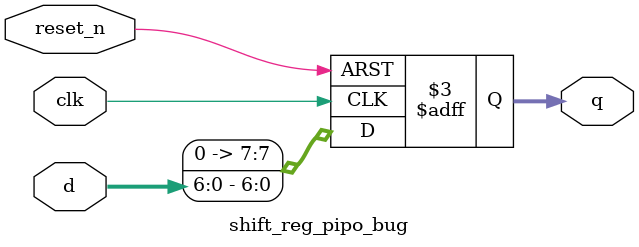
<source format=v>
module shift_reg_pipo_bug (
    input reset_n,
    input clk,
    input [7:0] d,
    output reg [7:0] q 
);
    always @(posedge clk or negedge reset_n) begin
        if (!reset_n) begin
            q <= 0 ;
        end else begin
            q[7:0] <= d[6:0];
        end
    end
endmodule
</source>
